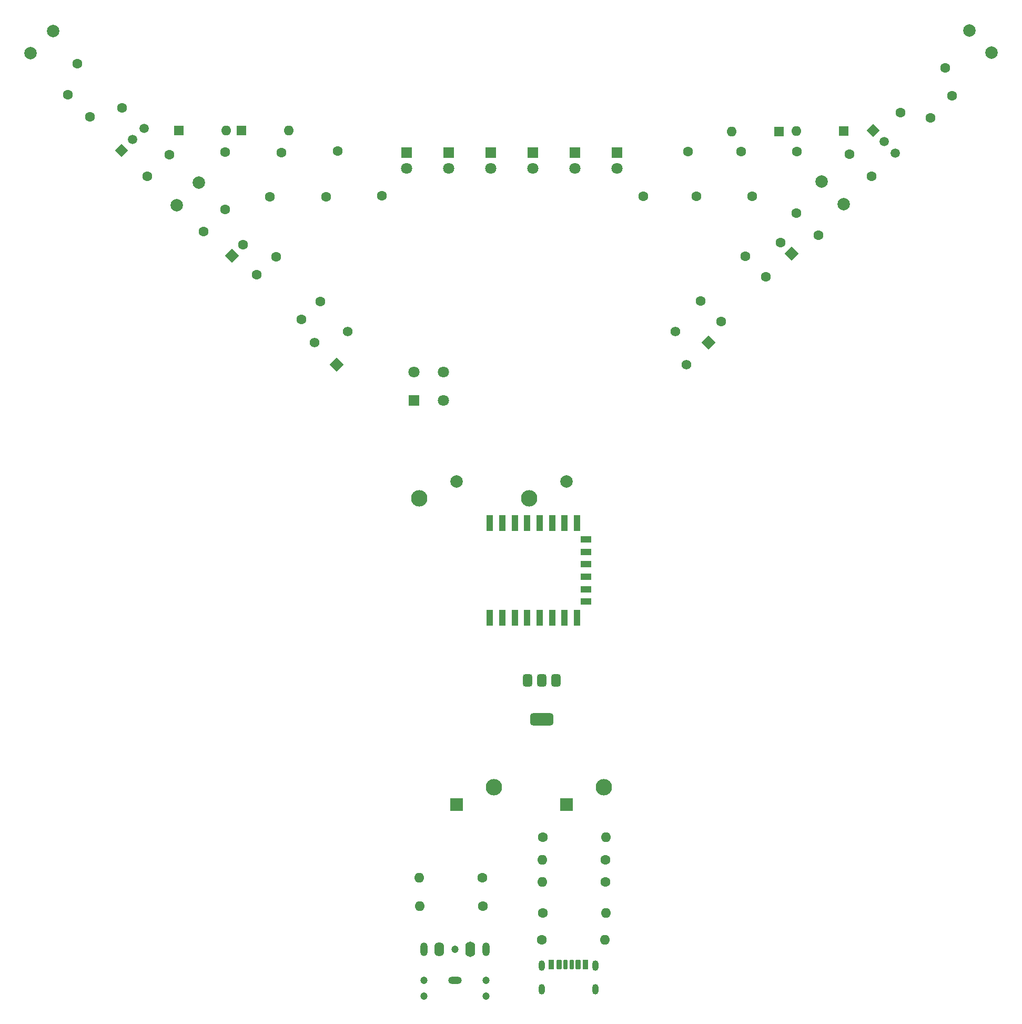
<source format=gbr>
%TF.GenerationSoftware,KiCad,Pcbnew,8.0.7*%
%TF.CreationDate,2025-02-10T18:12:50+08:00*%
%TF.ProjectId,bb-0.4,62622d30-2e34-42e6-9b69-6361645f7063,rev?*%
%TF.SameCoordinates,Original*%
%TF.FileFunction,Soldermask,Top*%
%TF.FilePolarity,Negative*%
%FSLAX46Y46*%
G04 Gerber Fmt 4.6, Leading zero omitted, Abs format (unit mm)*
G04 Created by KiCad (PCBNEW 8.0.7) date 2025-02-10 18:12:50*
%MOMM*%
%LPD*%
G01*
G04 APERTURE LIST*
G04 Aperture macros list*
%AMRoundRect*
0 Rectangle with rounded corners*
0 $1 Rounding radius*
0 $2 $3 $4 $5 $6 $7 $8 $9 X,Y pos of 4 corners*
0 Add a 4 corners polygon primitive as box body*
4,1,4,$2,$3,$4,$5,$6,$7,$8,$9,$2,$3,0*
0 Add four circle primitives for the rounded corners*
1,1,$1+$1,$2,$3*
1,1,$1+$1,$4,$5*
1,1,$1+$1,$6,$7*
1,1,$1+$1,$8,$9*
0 Add four rect primitives between the rounded corners*
20,1,$1+$1,$2,$3,$4,$5,0*
20,1,$1+$1,$4,$5,$6,$7,0*
20,1,$1+$1,$6,$7,$8,$9,0*
20,1,$1+$1,$8,$9,$2,$3,0*%
%AMHorizOval*
0 Thick line with rounded ends*
0 $1 width*
0 $2 $3 position (X,Y) of the first rounded end (center of the circle)*
0 $4 $5 position (X,Y) of the second rounded end (center of the circle)*
0 Add line between two ends*
20,1,$1,$2,$3,$4,$5,0*
0 Add two circle primitives to create the rounded ends*
1,1,$1,$2,$3*
1,1,$1,$4,$5*%
%AMRotRect*
0 Rectangle, with rotation*
0 The origin of the aperture is its center*
0 $1 length*
0 $2 width*
0 $3 Rotation angle, in degrees counterclockwise*
0 Add horizontal line*
21,1,$1,$2,0,0,$3*%
G04 Aperture macros list end*
%ADD10RotRect,1.500000X1.500000X45.000000*%
%ADD11C,1.500000*%
%ADD12RotRect,1.500000X1.500000X315.000000*%
%ADD13R,1.800000X1.800000*%
%ADD14C,1.800000*%
%ADD15C,1.600000*%
%ADD16O,1.600000X1.600000*%
%ADD17O,1.000000X1.700000*%
%ADD18RoundRect,0.225000X-0.225000X-0.575000X0.225000X-0.575000X0.225000X0.575000X-0.225000X0.575000X0*%
%ADD19RoundRect,0.200000X-0.200000X-0.600000X0.200000X-0.600000X0.200000X0.600000X-0.200000X0.600000X0*%
%ADD20RoundRect,0.175000X-0.175000X-0.625000X0.175000X-0.625000X0.175000X0.625000X-0.175000X0.625000X0*%
%ADD21R,1.600000X1.600000*%
%ADD22HorizOval,1.600000X0.000000X0.000000X0.000000X0.000000X0*%
%ADD23HorizOval,1.600000X0.000000X0.000000X0.000000X0.000000X0*%
%ADD24HorizOval,1.600000X0.000000X0.000000X0.000000X0.000000X0*%
%ADD25RotRect,1.600000X1.600000X135.000000*%
%ADD26RotRect,1.560000X1.560000X135.000000*%
%ADD27C,1.560000*%
%ADD28C,2.000000*%
%ADD29HorizOval,1.600000X0.000000X0.000000X0.000000X0.000000X0*%
%ADD30RoundRect,0.375000X-0.375000X0.625000X-0.375000X-0.625000X0.375000X-0.625000X0.375000X0.625000X0*%
%ADD31RoundRect,0.500000X-1.400000X0.500000X-1.400000X-0.500000X1.400000X-0.500000X1.400000X0.500000X0*%
%ADD32RotRect,1.560000X1.560000X225.000000*%
%ADD33RotRect,1.600000X1.600000X45.000000*%
%ADD34R,1.000000X2.500000*%
%ADD35R,1.800000X1.000000*%
%ADD36O,1.600000X2.500000*%
%ADD37O,1.200000X2.200000*%
%ADD38O,2.200000X1.200000*%
%ADD39O,1.600000X2.300000*%
%ADD40C,1.200000*%
%ADD41C,2.640000*%
%ADD42R,2.000000X2.000000*%
G04 APERTURE END LIST*
D10*
%TO.C,Q1*%
X44658507Y-53450610D03*
D11*
X46454558Y-51654559D03*
X48250609Y-49858508D03*
%TD*%
D12*
%TO.C,Q2*%
X165607898Y-50207898D03*
D11*
X167403949Y-52003949D03*
X169200000Y-53800000D03*
%TD*%
D13*
%TO.C,SW1*%
X91700000Y-93600000D03*
D14*
X91700000Y-89100000D03*
X96500000Y-93600000D03*
X96500000Y-89100000D03*
%TD*%
D15*
%TO.C,R19*%
X122500000Y-171110000D03*
D16*
X112340000Y-171110000D03*
%TD*%
D15*
%TO.C,R18*%
X112430000Y-163920000D03*
D16*
X122590000Y-163920000D03*
%TD*%
%TO.C,R17*%
X112379999Y-167530000D03*
D15*
X122539999Y-167530000D03*
%TD*%
D17*
%TO.C,J4*%
X120910000Y-188350000D03*
X120910000Y-184550000D03*
X112270000Y-188350000D03*
X112270000Y-184550000D03*
D18*
X113840000Y-184370000D03*
D19*
X115070000Y-184370000D03*
D20*
X117090000Y-184370000D03*
D18*
X119340000Y-184370000D03*
D19*
X118110000Y-184370000D03*
D20*
X116090000Y-184370000D03*
%TD*%
D15*
%TO.C,C4*%
X57832233Y-66467767D03*
X61367767Y-62932233D03*
%TD*%
D21*
%TO.C,D3*%
X160900000Y-50300000D03*
D16*
X153280000Y-50300000D03*
%TD*%
D15*
%TO.C,R15*%
X144392103Y-53557898D03*
D22*
X137207898Y-60742103D03*
%TD*%
D15*
%TO.C,R16*%
X153342103Y-53600000D03*
D22*
X146157898Y-60784205D03*
%TD*%
D15*
%TO.C,R12*%
X70361846Y-53715795D03*
D23*
X77546051Y-60900000D03*
%TD*%
D13*
%TO.C,D6*%
X97303673Y-53760000D03*
D14*
X97303673Y-56300000D03*
%TD*%
D21*
%TO.C,D2*%
X63990001Y-50200000D03*
D16*
X71610001Y-50200000D03*
%TD*%
D15*
%TO.C,R10*%
X112425000Y-176125000D03*
D16*
X122585000Y-176125000D03*
%TD*%
D15*
%TO.C,R13*%
X79415794Y-53515795D03*
D23*
X86599999Y-60700000D03*
%TD*%
D15*
%TO.C,R1*%
X73600000Y-80600000D03*
D24*
X66415795Y-73415795D03*
%TD*%
D15*
%TO.C,R14*%
X135792103Y-53607898D03*
D22*
X128607898Y-60792103D03*
%TD*%
D15*
%TO.C,R4*%
X145082103Y-70447898D03*
D22*
X137897898Y-77632103D03*
%TD*%
D15*
%TO.C,C12*%
X153314466Y-63514466D03*
X156850000Y-67050000D03*
%TD*%
%TO.C,R7*%
X102710000Y-170420000D03*
D16*
X92550000Y-170420000D03*
%TD*%
D25*
%TO.C,C10*%
X152500000Y-70000000D03*
D15*
X150732233Y-68232233D03*
%TD*%
%TO.C,C11*%
X161832233Y-54032233D03*
X165367767Y-57567767D03*
%TD*%
D26*
%TO.C,RV1*%
X79291745Y-87835534D03*
D27*
X81059512Y-82532233D03*
X75756211Y-84300000D03*
%TD*%
D13*
%TO.C,D5*%
X90550000Y-53760000D03*
D14*
X90550000Y-56300000D03*
%TD*%
D21*
%TO.C,D4*%
X150500000Y-50400000D03*
D16*
X142880000Y-50400000D03*
%TD*%
D13*
%TO.C,D10*%
X124439775Y-53760000D03*
D14*
X124439775Y-56300000D03*
%TD*%
D15*
%TO.C,R11*%
X61307898Y-53707898D03*
D23*
X68492103Y-60892103D03*
%TD*%
D28*
%TO.C,L4*%
X157303949Y-58453949D03*
X160896051Y-62046051D03*
%TD*%
D15*
%TO.C,R3*%
X141177898Y-80962103D03*
D29*
X148362103Y-73777898D03*
%TD*%
D21*
%TO.C,D1*%
X53890000Y-50200000D03*
D16*
X61510000Y-50200000D03*
%TD*%
D15*
%TO.C,R5*%
X37507898Y-39407898D03*
D23*
X44692103Y-46592103D03*
%TD*%
D15*
%TO.C,C3*%
X52335534Y-54064466D03*
X48800000Y-57600000D03*
%TD*%
D30*
%TO.C,U2*%
X114600000Y-138650000D03*
X112300000Y-138650001D03*
D31*
X112300000Y-144949999D03*
D30*
X110000000Y-138650000D03*
%TD*%
D28*
%TO.C,L1*%
X33600000Y-34200000D03*
X30007898Y-37792102D03*
%TD*%
%TO.C,L5*%
X184700000Y-37700000D03*
X181107898Y-34107898D03*
%TD*%
D16*
%TO.C,R9*%
X122465000Y-180425000D03*
D15*
X112305000Y-180425000D03*
%TD*%
%TO.C,R6*%
X177200000Y-40100000D03*
D22*
X170015795Y-47284205D03*
%TD*%
D32*
%TO.C,RV2*%
X139100000Y-84300000D03*
D27*
X133796699Y-82532233D03*
X135564466Y-87835534D03*
%TD*%
D33*
%TO.C,C2*%
X62447856Y-70352144D03*
D15*
X64215623Y-68584377D03*
%TD*%
%TO.C,C1*%
X39567767Y-47967767D03*
X36032233Y-44432233D03*
%TD*%
%TO.C,R8*%
X102840000Y-175020000D03*
D16*
X92680000Y-175020000D03*
%TD*%
D13*
%TO.C,D8*%
X110839775Y-53760000D03*
D14*
X110839775Y-56300000D03*
%TD*%
D34*
%TO.C,U1*%
X103950000Y-128600000D03*
X105950000Y-128600000D03*
X107950000Y-128600000D03*
X109949999Y-128600000D03*
X111950000Y-128600000D03*
X113950001Y-128600000D03*
X115950000Y-128600000D03*
X117950000Y-128600000D03*
D35*
X119449999Y-126000000D03*
X119450000Y-124000000D03*
X119450000Y-122000000D03*
X119450000Y-120000000D03*
X119450000Y-118000000D03*
X119449999Y-116000000D03*
D34*
X117950000Y-113400000D03*
X115950000Y-113400000D03*
X113950001Y-113400000D03*
X111950000Y-113400000D03*
X109949999Y-113400000D03*
X107950000Y-113400000D03*
X105950000Y-113400000D03*
X103950000Y-113400000D03*
%TD*%
D36*
%TO.C,J2*%
X100800000Y-181940000D03*
D37*
X103300000Y-181940000D03*
D38*
X98300000Y-186940000D03*
D39*
X95800000Y-181940000D03*
D37*
X93300000Y-181940000D03*
D40*
X103300000Y-189440000D03*
X103300000Y-186940000D03*
X98300000Y-181940000D03*
X93300000Y-189440000D03*
X93300000Y-186940000D03*
%TD*%
D13*
%TO.C,D9*%
X117639775Y-53760000D03*
D14*
X117639775Y-56300000D03*
%TD*%
D13*
%TO.C,D7*%
X104057346Y-53760000D03*
D14*
X104057346Y-56300000D03*
%TD*%
D15*
%TO.C,R2*%
X69507898Y-70507898D03*
D23*
X76692103Y-77692103D03*
%TD*%
D15*
%TO.C,C8*%
X174832233Y-48167767D03*
X178367767Y-44632233D03*
%TD*%
D28*
%TO.C,L2*%
X53503949Y-62196051D03*
X57096051Y-58603949D03*
%TD*%
D41*
%TO.C,Battery2*%
X122260225Y-155900000D03*
X110270225Y-109420000D03*
D42*
X116265225Y-158650000D03*
D28*
X116265225Y-106660000D03*
%TD*%
D41*
%TO.C,Battery1*%
X104565225Y-155900000D03*
X92575225Y-109420000D03*
D42*
X98570225Y-158650000D03*
D28*
X98570225Y-106660000D03*
%TD*%
M02*

</source>
